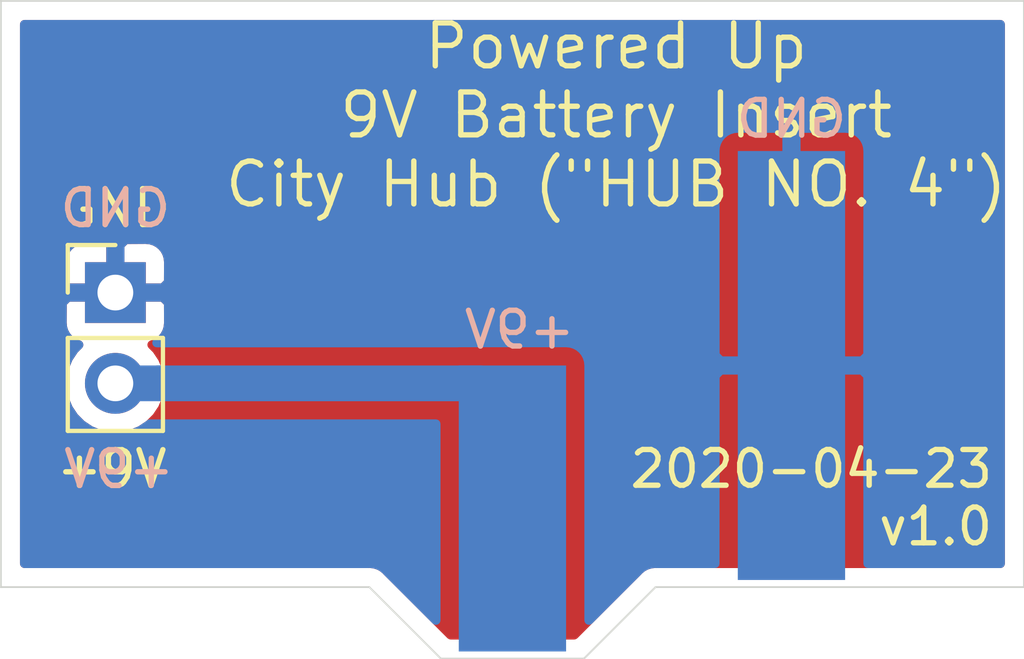
<source format=kicad_pcb>
(kicad_pcb (version 20171130) (host pcbnew "(5.1.5)-3")

  (general
    (thickness 1.6)
    (drawings 16)
    (tracks 2)
    (zones 0)
    (modules 3)
    (nets 3)
  )

  (page A4)
  (layers
    (0 F.Cu signal hide)
    (31 B.Cu signal hide)
    (32 B.Adhes user)
    (33 F.Adhes user)
    (34 B.Paste user)
    (35 F.Paste user)
    (36 B.SilkS user)
    (37 F.SilkS user)
    (38 B.Mask user)
    (39 F.Mask user)
    (40 Dwgs.User user)
    (41 Cmts.User user)
    (42 Eco1.User user)
    (43 Eco2.User user)
    (44 Edge.Cuts user)
    (45 Margin user)
    (46 B.CrtYd user)
    (47 F.CrtYd user)
    (48 B.Fab user)
    (49 F.Fab user)
  )

  (setup
    (last_trace_width 1)
    (user_trace_width 1)
    (trace_clearance 0.2)
    (zone_clearance 0.508)
    (zone_45_only no)
    (trace_min 0.2)
    (via_size 0.8)
    (via_drill 0.4)
    (via_min_size 0.4)
    (via_min_drill 0.3)
    (uvia_size 0.3)
    (uvia_drill 0.1)
    (uvias_allowed no)
    (uvia_min_size 0.2)
    (uvia_min_drill 0.1)
    (edge_width 0.05)
    (segment_width 0.2)
    (pcb_text_width 0.3)
    (pcb_text_size 1.5 1.5)
    (mod_edge_width 0.12)
    (mod_text_size 1 1)
    (mod_text_width 0.15)
    (pad_size 1.524 1.524)
    (pad_drill 0.762)
    (pad_to_mask_clearance 0.051)
    (solder_mask_min_width 0.25)
    (aux_axis_origin 0 0)
    (visible_elements 7FFFFFFF)
    (pcbplotparams
      (layerselection 0x010fc_ffffffff)
      (usegerberextensions false)
      (usegerberattributes false)
      (usegerberadvancedattributes false)
      (creategerberjobfile false)
      (excludeedgelayer true)
      (linewidth 0.100000)
      (plotframeref false)
      (viasonmask false)
      (mode 1)
      (useauxorigin false)
      (hpglpennumber 1)
      (hpglpenspeed 20)
      (hpglpendiameter 15.000000)
      (psnegative false)
      (psa4output false)
      (plotreference true)
      (plotvalue true)
      (plotinvisibletext false)
      (padsonsilk false)
      (subtractmaskfromsilk false)
      (outputformat 1)
      (mirror false)
      (drillshape 1)
      (scaleselection 1)
      (outputdirectory ""))
  )

  (net 0 "")
  (net 1 "Net-(J1-Pad2)")
  (net 2 "Net-(J1-Pad1)")

  (net_class Default "This is the default net class."
    (clearance 0.2)
    (trace_width 0.25)
    (via_dia 0.8)
    (via_drill 0.4)
    (uvia_dia 0.3)
    (uvia_drill 0.1)
    (add_net "Net-(J1-Pad1)")
    (add_net "Net-(J1-Pad2)")
  )

  (module "City Hub Battery Insert Footprints:TestPoint_Pad_3mm_x_8mm" (layer B.Cu) (tedit 5EA118D9) (tstamp 5EA11EA2)
    (at 104.5 95.2)
    (descr "SMD rectangular pad as test Point, square 2.0mm side length")
    (tags "test point SMD pad rectangle square")
    (path /5E984326)
    (attr virtual)
    (fp_text reference TP2 (at 0.1 -5) (layer B.SilkS) hide
      (effects (font (size 1 1) (thickness 0.15)) (justify mirror))
    )
    (fp_text value TestPoint (at 0 -5.08) (layer B.Fab) hide
      (effects (font (size 1 1) (thickness 0.15)) (justify mirror))
    )
    (fp_line (start 1.5 -1.5) (end -1.5 -1.5) (layer B.CrtYd) (width 0.05))
    (fp_line (start 1.5 -1.5) (end 1.5 1.5) (layer B.CrtYd) (width 0.05))
    (fp_line (start -1.5 1.5) (end -1.5 -1.5) (layer B.CrtYd) (width 0.05))
    (fp_line (start -1.5 1.5) (end 1.5 1.5) (layer B.CrtYd) (width 0.05))
    (pad 1 smd rect (at 0 0) (size 3 8) (layers B.Cu B.Mask)
      (net 1 "Net-(J1-Pad2)"))
  )

  (module "City Hub Battery Insert Footprints:TestPoint_Pad_3mm_x_12mm" (layer B.Cu) (tedit 5EA118F8) (tstamp 5EA11E99)
    (at 112.3 91.2)
    (descr "SMD rectangular pad as test Point, square 2.0mm side length")
    (tags "test point SMD pad rectangle square")
    (path /5E9834E6)
    (attr virtual)
    (fp_text reference TP1 (at 0 -7.1) (layer B.SilkS) hide
      (effects (font (size 1 1) (thickness 0.15)) (justify mirror))
    )
    (fp_text value TestPoint (at 0 -6.985) (layer B.Fab) hide
      (effects (font (size 1 1) (thickness 0.15)) (justify mirror))
    )
    (fp_line (start 1.5 -1.5) (end -1.5 -1.5) (layer B.CrtYd) (width 0.05))
    (fp_line (start 1.5 -1.5) (end 1.5 1.5) (layer B.CrtYd) (width 0.05))
    (fp_line (start -1.5 1.5) (end -1.5 -1.5) (layer B.CrtYd) (width 0.05))
    (fp_line (start -1.5 1.5) (end 1.5 1.5) (layer B.CrtYd) (width 0.05))
    (pad 1 smd rect (at 0 0) (size 3 12) (layers B.Cu B.Mask)
      (net 2 "Net-(J1-Pad1)"))
  )

  (module Connector_PinHeader_2.54mm:PinHeader_1x02_P2.54mm_Vertical (layer F.Cu) (tedit 59FED5CC) (tstamp 5EA128A2)
    (at 93.4 89.16)
    (descr "Through hole straight pin header, 1x02, 2.54mm pitch, single row")
    (tags "Through hole pin header THT 1x02 2.54mm single row")
    (path /5E9791B5)
    (fp_text reference J1 (at 0 -2.33) (layer F.SilkS) hide
      (effects (font (size 1 1) (thickness 0.15)))
    )
    (fp_text value Conn_01x02 (at 0.7 -3.7) (layer F.Fab)
      (effects (font (size 1 1) (thickness 0.15)))
    )
    (fp_line (start -0.635 -1.27) (end 1.27 -1.27) (layer F.Fab) (width 0.1))
    (fp_line (start 1.27 -1.27) (end 1.27 3.81) (layer F.Fab) (width 0.1))
    (fp_line (start 1.27 3.81) (end -1.27 3.81) (layer F.Fab) (width 0.1))
    (fp_line (start -1.27 3.81) (end -1.27 -0.635) (layer F.Fab) (width 0.1))
    (fp_line (start -1.27 -0.635) (end -0.635 -1.27) (layer F.Fab) (width 0.1))
    (fp_line (start -1.33 3.87) (end 1.33 3.87) (layer F.SilkS) (width 0.12))
    (fp_line (start -1.33 1.27) (end -1.33 3.87) (layer F.SilkS) (width 0.12))
    (fp_line (start 1.33 1.27) (end 1.33 3.87) (layer F.SilkS) (width 0.12))
    (fp_line (start -1.33 1.27) (end 1.33 1.27) (layer F.SilkS) (width 0.12))
    (fp_line (start -1.33 0) (end -1.33 -1.33) (layer F.SilkS) (width 0.12))
    (fp_line (start -1.33 -1.33) (end 0 -1.33) (layer F.SilkS) (width 0.12))
    (fp_line (start -1.8 -1.8) (end -1.8 4.35) (layer F.CrtYd) (width 0.05))
    (fp_line (start -1.8 4.35) (end 1.8 4.35) (layer F.CrtYd) (width 0.05))
    (fp_line (start 1.8 4.35) (end 1.8 -1.8) (layer F.CrtYd) (width 0.05))
    (fp_line (start 1.8 -1.8) (end -1.8 -1.8) (layer F.CrtYd) (width 0.05))
    (fp_text user %R (at 0 1.27 90) (layer F.Fab)
      (effects (font (size 1 1) (thickness 0.15)))
    )
    (pad 1 thru_hole rect (at 0 0) (size 1.7 1.7) (drill 1) (layers *.Cu *.Mask)
      (net 2 "Net-(J1-Pad1)"))
    (pad 2 thru_hole oval (at 0 2.54) (size 1.7 1.7) (drill 1) (layers *.Cu *.Mask)
      (net 1 "Net-(J1-Pad2)"))
    (model ${KISYS3DMOD}/Connector_PinHeader_2.54mm.3dshapes/PinHeader_1x02_P2.54mm_Vertical.wrl
      (at (xyz 0 0 0))
      (scale (xyz 1 1 1))
      (rotate (xyz 0 0 0))
    )
  )

  (gr_text GND (at 112.3 84.3) (layer B.SilkS)
    (effects (font (size 1 1) (thickness 0.15)) (justify mirror))
  )
  (gr_text +9V (at 104.7 90.2) (layer B.SilkS)
    (effects (font (size 1 1) (thickness 0.15)) (justify mirror))
  )
  (gr_text GND (at 93.4 86.8) (layer F.SilkS)
    (effects (font (size 1 1) (thickness 0.15)))
  )
  (gr_text +9V (at 93.5 94.1) (layer B.SilkS)
    (effects (font (size 1 1) (thickness 0.15)) (justify mirror))
  )
  (gr_text GND (at 93.4 86.8) (layer B.SilkS)
    (effects (font (size 1 1) (thickness 0.15)) (justify mirror))
  )
  (gr_text "2020-04-23\nv1.0" (at 118 94.9) (layer F.SilkS)
    (effects (font (size 1 1) (thickness 0.15)) (justify right))
  )
  (gr_text "Powered Up\n9V Battery Insert\nCity Hub (\"HUB NO. 4\")" (at 107.4 84.2) (layer F.SilkS)
    (effects (font (size 1.2 1.2) (thickness 0.15)))
  )
  (gr_text +9V (at 93.3 94.1) (layer F.SilkS)
    (effects (font (size 1 1) (thickness 0.15)))
  )
  (gr_line (start 106.5 99.4) (end 102.5 99.4) (layer Edge.Cuts) (width 0.05) (tstamp 5EA11F30))
  (gr_line (start 108.5 97.4) (end 106.5 99.4) (layer Edge.Cuts) (width 0.05))
  (gr_line (start 100.5 97.4) (end 102.5 99.4) (layer Edge.Cuts) (width 0.05))
  (gr_line (start 118.8 97.4) (end 108.5 97.4) (layer Edge.Cuts) (width 0.05))
  (gr_line (start 90.2 97.4) (end 100.5 97.4) (layer Edge.Cuts) (width 0.05))
  (gr_line (start 118.8 81) (end 118.8 97.4) (layer Edge.Cuts) (width 0.05))
  (gr_line (start 90.2 81) (end 90.2 97.4) (layer Edge.Cuts) (width 0.05))
  (gr_line (start 90.2 81) (end 118.8 81) (layer Edge.Cuts) (width 0.05))

  (segment (start 93.4 91.7) (end 94.602081 91.7) (width 1) (layer B.Cu) (net 1))
  (segment (start 94.602081 91.7) (end 103.6 91.7) (width 1) (layer B.Cu) (net 1))

  (zone (net 2) (net_name "Net-(J1-Pad1)") (layer F.Cu) (tstamp 0) (hatch edge 0.508)
    (connect_pads (clearance 0.508))
    (min_thickness 0.254)
    (fill yes (arc_segments 32) (thermal_gap 0.508) (thermal_bridge_width 0.508))
    (polygon
      (pts
        (xy 119.6 100.2) (xy 89.4 99.9) (xy 89.5 98.6) (xy 89.8 80.6) (xy 119.3 80.6)
      )
    )
    (filled_polygon
      (pts
        (xy 118.140001 96.74) (xy 108.532408 96.74) (xy 108.499999 96.736808) (xy 108.46759 96.74) (xy 108.467581 96.74)
        (xy 108.370617 96.74955) (xy 108.246207 96.78729) (xy 108.131549 96.848575) (xy 108.056233 96.910386) (xy 108.031052 96.931052)
        (xy 108.010388 96.956231) (xy 106.22662 98.74) (xy 102.773381 98.74) (xy 100.989616 96.956236) (xy 100.968948 96.931052)
        (xy 100.86845 96.848575) (xy 100.753793 96.78729) (xy 100.629383 96.74955) (xy 100.532419 96.74) (xy 100.532409 96.74)
        (xy 100.5 96.736808) (xy 100.467591 96.74) (xy 90.86 96.74) (xy 90.86 90.01) (xy 91.911928 90.01)
        (xy 91.924188 90.134482) (xy 91.960498 90.25418) (xy 92.019463 90.364494) (xy 92.098815 90.461185) (xy 92.195506 90.540537)
        (xy 92.30582 90.599502) (xy 92.37838 90.621513) (xy 92.246525 90.753368) (xy 92.08401 90.996589) (xy 91.972068 91.266842)
        (xy 91.915 91.55374) (xy 91.915 91.84626) (xy 91.972068 92.133158) (xy 92.08401 92.403411) (xy 92.246525 92.646632)
        (xy 92.453368 92.853475) (xy 92.696589 93.01599) (xy 92.966842 93.127932) (xy 93.25374 93.185) (xy 93.54626 93.185)
        (xy 93.833158 93.127932) (xy 94.103411 93.01599) (xy 94.346632 92.853475) (xy 94.553475 92.646632) (xy 94.71599 92.403411)
        (xy 94.827932 92.133158) (xy 94.885 91.84626) (xy 94.885 91.55374) (xy 94.827932 91.266842) (xy 94.71599 90.996589)
        (xy 94.553475 90.753368) (xy 94.42162 90.621513) (xy 94.49418 90.599502) (xy 94.604494 90.540537) (xy 94.701185 90.461185)
        (xy 94.780537 90.364494) (xy 94.839502 90.25418) (xy 94.875812 90.134482) (xy 94.888072 90.01) (xy 94.885 89.44575)
        (xy 94.72625 89.287) (xy 93.527 89.287) (xy 93.527 89.307) (xy 93.273 89.307) (xy 93.273 89.287)
        (xy 92.07375 89.287) (xy 91.915 89.44575) (xy 91.911928 90.01) (xy 90.86 90.01) (xy 90.86 88.31)
        (xy 91.911928 88.31) (xy 91.915 88.87425) (xy 92.07375 89.033) (xy 93.273 89.033) (xy 93.273 87.83375)
        (xy 93.527 87.83375) (xy 93.527 89.033) (xy 94.72625 89.033) (xy 94.885 88.87425) (xy 94.888072 88.31)
        (xy 94.875812 88.185518) (xy 94.839502 88.06582) (xy 94.780537 87.955506) (xy 94.701185 87.858815) (xy 94.604494 87.779463)
        (xy 94.49418 87.720498) (xy 94.374482 87.684188) (xy 94.25 87.671928) (xy 93.68575 87.675) (xy 93.527 87.83375)
        (xy 93.273 87.83375) (xy 93.11425 87.675) (xy 92.55 87.671928) (xy 92.425518 87.684188) (xy 92.30582 87.720498)
        (xy 92.195506 87.779463) (xy 92.098815 87.858815) (xy 92.019463 87.955506) (xy 91.960498 88.06582) (xy 91.924188 88.185518)
        (xy 91.911928 88.31) (xy 90.86 88.31) (xy 90.86 81.66) (xy 118.14 81.66)
      )
    )
  )
  (zone (net 2) (net_name "Net-(J1-Pad1)") (layer B.Cu) (tstamp 0) (hatch edge 0.508)
    (connect_pads (clearance 0.508))
    (min_thickness 0.254)
    (fill yes (arc_segments 32) (thermal_gap 0.508) (thermal_bridge_width 0.508))
    (polygon
      (pts
        (xy 121 101.3) (xy 87.6 101.3) (xy 87.9 98.6) (xy 89.3 80) (xy 120.2 79.7)
      )
    )
    (filled_polygon
      (pts
        (xy 118.140001 96.74) (xy 114.437825 96.74) (xy 114.435 91.48575) (xy 114.27625 91.327) (xy 112.427 91.327)
        (xy 112.427 91.347) (xy 112.173 91.347) (xy 112.173 91.327) (xy 110.32375 91.327) (xy 110.165 91.48575)
        (xy 110.162175 96.74) (xy 108.532408 96.74) (xy 108.499999 96.736808) (xy 108.46759 96.74) (xy 108.467581 96.74)
        (xy 108.370617 96.74955) (xy 108.246207 96.78729) (xy 108.131549 96.848575) (xy 108.056233 96.910386) (xy 108.031052 96.931052)
        (xy 108.010388 96.956231) (xy 106.638072 98.328548) (xy 106.638072 91.2) (xy 106.625812 91.075518) (xy 106.589502 90.95582)
        (xy 106.530537 90.845506) (xy 106.451185 90.748815) (xy 106.354494 90.669463) (xy 106.24418 90.610498) (xy 106.124482 90.574188)
        (xy 106 90.561928) (xy 103 90.561928) (xy 102.968808 90.565) (xy 94.558728 90.565) (xy 94.604494 90.540537)
        (xy 94.701185 90.461185) (xy 94.780537 90.364494) (xy 94.839502 90.25418) (xy 94.875812 90.134482) (xy 94.888072 90.01)
        (xy 94.885 89.44575) (xy 94.72625 89.287) (xy 93.527 89.287) (xy 93.527 89.307) (xy 93.273 89.307)
        (xy 93.273 89.287) (xy 92.07375 89.287) (xy 91.915 89.44575) (xy 91.911928 90.01) (xy 91.924188 90.134482)
        (xy 91.960498 90.25418) (xy 92.019463 90.364494) (xy 92.098815 90.461185) (xy 92.195506 90.540537) (xy 92.30582 90.599502)
        (xy 92.37838 90.621513) (xy 92.246525 90.753368) (xy 92.08401 90.996589) (xy 91.972068 91.266842) (xy 91.915 91.55374)
        (xy 91.915 91.84626) (xy 91.972068 92.133158) (xy 92.08401 92.403411) (xy 92.246525 92.646632) (xy 92.453368 92.853475)
        (xy 92.696589 93.01599) (xy 92.966842 93.127932) (xy 93.25374 93.185) (xy 93.54626 93.185) (xy 93.833158 93.127932)
        (xy 94.103411 93.01599) (xy 94.346632 92.853475) (xy 94.365107 92.835) (xy 102.361928 92.835) (xy 102.361928 98.328547)
        (xy 100.989616 96.956236) (xy 100.968948 96.931052) (xy 100.86845 96.848575) (xy 100.753793 96.78729) (xy 100.629383 96.74955)
        (xy 100.532419 96.74) (xy 100.532409 96.74) (xy 100.5 96.736808) (xy 100.467591 96.74) (xy 90.86 96.74)
        (xy 90.86 88.31) (xy 91.911928 88.31) (xy 91.915 88.87425) (xy 92.07375 89.033) (xy 93.273 89.033)
        (xy 93.273 87.83375) (xy 93.527 87.83375) (xy 93.527 89.033) (xy 94.72625 89.033) (xy 94.885 88.87425)
        (xy 94.888072 88.31) (xy 94.875812 88.185518) (xy 94.839502 88.06582) (xy 94.780537 87.955506) (xy 94.701185 87.858815)
        (xy 94.604494 87.779463) (xy 94.49418 87.720498) (xy 94.374482 87.684188) (xy 94.25 87.671928) (xy 93.68575 87.675)
        (xy 93.527 87.83375) (xy 93.273 87.83375) (xy 93.11425 87.675) (xy 92.55 87.671928) (xy 92.425518 87.684188)
        (xy 92.30582 87.720498) (xy 92.195506 87.779463) (xy 92.098815 87.858815) (xy 92.019463 87.955506) (xy 91.960498 88.06582)
        (xy 91.924188 88.185518) (xy 91.911928 88.31) (xy 90.86 88.31) (xy 90.86 85.2) (xy 110.161928 85.2)
        (xy 110.165 90.91425) (xy 110.32375 91.073) (xy 112.173 91.073) (xy 112.173 84.72375) (xy 112.427 84.72375)
        (xy 112.427 91.073) (xy 114.27625 91.073) (xy 114.435 90.91425) (xy 114.438072 85.2) (xy 114.425812 85.075518)
        (xy 114.389502 84.95582) (xy 114.330537 84.845506) (xy 114.251185 84.748815) (xy 114.154494 84.669463) (xy 114.04418 84.610498)
        (xy 113.924482 84.574188) (xy 113.8 84.561928) (xy 112.58575 84.565) (xy 112.427 84.72375) (xy 112.173 84.72375)
        (xy 112.01425 84.565) (xy 110.8 84.561928) (xy 110.675518 84.574188) (xy 110.55582 84.610498) (xy 110.445506 84.669463)
        (xy 110.348815 84.748815) (xy 110.269463 84.845506) (xy 110.210498 84.95582) (xy 110.174188 85.075518) (xy 110.161928 85.2)
        (xy 90.86 85.2) (xy 90.86 81.66) (xy 118.14 81.66)
      )
    )
  )
)

</source>
